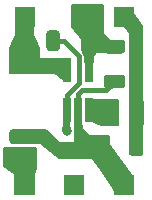
<source format=gtl>
G04 #@! TF.GenerationSoftware,KiCad,Pcbnew,(5.1.10)-1*
G04 #@! TF.CreationDate,2023-08-30T00:20:36+03:00*
G04 #@! TF.ProjectId,mini_cc_drive,6d696e69-5f63-4635-9f64-726976652e6b,rev?*
G04 #@! TF.SameCoordinates,Original*
G04 #@! TF.FileFunction,Copper,L1,Top*
G04 #@! TF.FilePolarity,Positive*
%FSLAX46Y46*%
G04 Gerber Fmt 4.6, Leading zero omitted, Abs format (unit mm)*
G04 Created by KiCad (PCBNEW (5.1.10)-1) date 2023-08-30 00:20:36*
%MOMM*%
%LPD*%
G01*
G04 APERTURE LIST*
G04 #@! TA.AperFunction,ComponentPad*
%ADD10R,1.700000X1.700000*%
G04 #@! TD*
G04 #@! TA.AperFunction,SMDPad,CuDef*
%ADD11R,0.650000X2.000000*%
G04 #@! TD*
G04 #@! TA.AperFunction,ViaPad*
%ADD12C,0.800000*%
G04 #@! TD*
G04 #@! TA.AperFunction,Conductor*
%ADD13C,0.400000*%
G04 #@! TD*
G04 #@! TA.AperFunction,Conductor*
%ADD14C,0.250000*%
G04 #@! TD*
G04 #@! TA.AperFunction,Conductor*
%ADD15C,0.127000*%
G04 #@! TD*
G04 #@! TA.AperFunction,Conductor*
%ADD16C,0.100000*%
G04 #@! TD*
G04 APERTURE END LIST*
D10*
X151257000Y-82042000D03*
X155448000Y-67818000D03*
X147066000Y-67818000D03*
X155448000Y-82042000D03*
X147066000Y-82042000D03*
G04 #@! TA.AperFunction,SMDPad,CuDef*
G36*
G01*
X151837500Y-70475002D02*
X151837500Y-69224998D01*
G75*
G02*
X152087498Y-68975000I249998J0D01*
G01*
X152712502Y-68975000D01*
G75*
G02*
X152962500Y-69224998I0J-249998D01*
G01*
X152962500Y-70475002D01*
G75*
G02*
X152712502Y-70725000I-249998J0D01*
G01*
X152087498Y-70725000D01*
G75*
G02*
X151837500Y-70475002I0J249998D01*
G01*
G37*
G04 #@! TD.AperFunction*
G04 #@! TA.AperFunction,SMDPad,CuDef*
G36*
G01*
X148912500Y-70475002D02*
X148912500Y-69224998D01*
G75*
G02*
X149162498Y-68975000I249998J0D01*
G01*
X149787502Y-68975000D01*
G75*
G02*
X150037500Y-69224998I0J-249998D01*
G01*
X150037500Y-70475002D01*
G75*
G02*
X149787502Y-70725000I-249998J0D01*
G01*
X149162498Y-70725000D01*
G75*
G02*
X148912500Y-70475002I0J249998D01*
G01*
G37*
G04 #@! TD.AperFunction*
D11*
X150622000Y-72331000D03*
X152522000Y-72331000D03*
X152522000Y-75751000D03*
X151572000Y-75751000D03*
X150622000Y-75751000D03*
G04 #@! TA.AperFunction,SMDPad,CuDef*
G36*
G01*
X146021999Y-77365500D02*
X148872001Y-77365500D01*
G75*
G02*
X149122000Y-77615499I0J-249999D01*
G01*
X149122000Y-78340501D01*
G75*
G02*
X148872001Y-78590500I-249999J0D01*
G01*
X146021999Y-78590500D01*
G75*
G02*
X145772000Y-78340501I0J249999D01*
G01*
X145772000Y-77615499D01*
G75*
G02*
X146021999Y-77365500I249999J0D01*
G01*
G37*
G04 #@! TD.AperFunction*
G04 #@! TA.AperFunction,SMDPad,CuDef*
G36*
G01*
X146021999Y-71440500D02*
X148872001Y-71440500D01*
G75*
G02*
X149122000Y-71690499I0J-249999D01*
G01*
X149122000Y-72415501D01*
G75*
G02*
X148872001Y-72665500I-249999J0D01*
G01*
X146021999Y-72665500D01*
G75*
G02*
X145772000Y-72415501I0J249999D01*
G01*
X145772000Y-71690499D01*
G75*
G02*
X146021999Y-71440500I249999J0D01*
G01*
G37*
G04 #@! TD.AperFunction*
G04 #@! TA.AperFunction,SMDPad,CuDef*
G36*
G01*
X155957000Y-76796000D02*
X155957000Y-75096000D01*
G75*
G02*
X156207000Y-74846000I250000J0D01*
G01*
X156957000Y-74846000D01*
G75*
G02*
X157207000Y-75096000I0J-250000D01*
G01*
X157207000Y-76796000D01*
G75*
G02*
X156957000Y-77046000I-250000J0D01*
G01*
X156207000Y-77046000D01*
G75*
G02*
X155957000Y-76796000I0J250000D01*
G01*
G37*
G04 #@! TD.AperFunction*
G04 #@! TA.AperFunction,SMDPad,CuDef*
G36*
G01*
X153807000Y-76796000D02*
X153807000Y-75096000D01*
G75*
G02*
X154057000Y-74846000I250000J0D01*
G01*
X154807000Y-74846000D01*
G75*
G02*
X155057000Y-75096000I0J-250000D01*
G01*
X155057000Y-76796000D01*
G75*
G02*
X154807000Y-77046000I-250000J0D01*
G01*
X154057000Y-77046000D01*
G75*
G02*
X153807000Y-76796000I0J250000D01*
G01*
G37*
G04 #@! TD.AperFunction*
G04 #@! TA.AperFunction,SMDPad,CuDef*
G36*
G01*
X154167000Y-78089999D02*
X154167000Y-79390001D01*
G75*
G02*
X153917001Y-79640000I-249999J0D01*
G01*
X153266999Y-79640000D01*
G75*
G02*
X153017000Y-79390001I0J249999D01*
G01*
X153017000Y-78089999D01*
G75*
G02*
X153266999Y-77840000I249999J0D01*
G01*
X153917001Y-77840000D01*
G75*
G02*
X154167000Y-78089999I0J-249999D01*
G01*
G37*
G04 #@! TD.AperFunction*
G04 #@! TA.AperFunction,SMDPad,CuDef*
G36*
G01*
X157117000Y-78089999D02*
X157117000Y-79390001D01*
G75*
G02*
X156867001Y-79640000I-249999J0D01*
G01*
X156216999Y-79640000D01*
G75*
G02*
X155967000Y-79390001I0J249999D01*
G01*
X155967000Y-78089999D01*
G75*
G02*
X156216999Y-77840000I249999J0D01*
G01*
X156867001Y-77840000D01*
G75*
G02*
X157117000Y-78089999I0J-249999D01*
G01*
G37*
G04 #@! TD.AperFunction*
G04 #@! TA.AperFunction,SMDPad,CuDef*
G36*
G01*
X154035999Y-72733000D02*
X155336001Y-72733000D01*
G75*
G02*
X155586000Y-72982999I0J-249999D01*
G01*
X155586000Y-73633001D01*
G75*
G02*
X155336001Y-73883000I-249999J0D01*
G01*
X154035999Y-73883000D01*
G75*
G02*
X153786000Y-73633001I0J249999D01*
G01*
X153786000Y-72982999D01*
G75*
G02*
X154035999Y-72733000I249999J0D01*
G01*
G37*
G04 #@! TD.AperFunction*
G04 #@! TA.AperFunction,SMDPad,CuDef*
G36*
G01*
X154035999Y-69783000D02*
X155336001Y-69783000D01*
G75*
G02*
X155586000Y-70032999I0J-249999D01*
G01*
X155586000Y-70683001D01*
G75*
G02*
X155336001Y-70933000I-249999J0D01*
G01*
X154035999Y-70933000D01*
G75*
G02*
X153786000Y-70683001I0J249999D01*
G01*
X153786000Y-70032999D01*
G75*
G02*
X154035999Y-69783000I249999J0D01*
G01*
G37*
G04 #@! TD.AperFunction*
D12*
X151511000Y-67310000D03*
X151511000Y-68199000D03*
X153289000Y-67310000D03*
X152400000Y-67310000D03*
X152400000Y-68199000D03*
X153289000Y-68199000D03*
X145796000Y-79375000D03*
X145796000Y-80264000D03*
X146685000Y-79375000D03*
X146685000Y-80264000D03*
X147574000Y-79375000D03*
X147574000Y-80264000D03*
X150622000Y-77470000D03*
D13*
X154686000Y-73308000D02*
X153953000Y-74041000D01*
X151882000Y-74041000D02*
X151572000Y-74351000D01*
X151572000Y-74351000D02*
X151572000Y-75751000D01*
X153953000Y-74041000D02*
X151882000Y-74041000D01*
D14*
X152654000Y-78740000D02*
X153592000Y-78740000D01*
X151572000Y-75751000D02*
X151572000Y-77531000D01*
X151572000Y-77531000D02*
X152273000Y-78232000D01*
X152273000Y-78359000D02*
X152654000Y-78740000D01*
X152273000Y-78232000D02*
X152273000Y-78359000D01*
D13*
X150622000Y-74452458D02*
X151638000Y-73436458D01*
X150622000Y-75751000D02*
X150622000Y-74452458D01*
X151638000Y-73436458D02*
X151638000Y-71120000D01*
X150368000Y-69850000D02*
X149475000Y-69850000D01*
X151638000Y-71120000D02*
X150368000Y-69850000D01*
D15*
X150812500Y-76962000D02*
X150813720Y-76974388D01*
X150815759Y-76982080D01*
X150936066Y-77343000D01*
X150830232Y-77660500D01*
X150413768Y-77660500D01*
X150307934Y-77343000D01*
X150428241Y-76982080D01*
X150431001Y-76969942D01*
X150431500Y-76962000D01*
X150431500Y-74866500D01*
X150812500Y-74866500D01*
X150812500Y-76962000D01*
G04 #@! TA.AperFunction,Conductor*
D16*
G36*
X150812500Y-76962000D02*
G01*
X150813720Y-76974388D01*
X150815759Y-76982080D01*
X150936066Y-77343000D01*
X150830232Y-77660500D01*
X150413768Y-77660500D01*
X150307934Y-77343000D01*
X150428241Y-76982080D01*
X150431001Y-76969942D01*
X150431500Y-76962000D01*
X150431500Y-74866500D01*
X150812500Y-74866500D01*
X150812500Y-76962000D01*
G37*
G04 #@! TD.AperFunction*
D15*
X149942099Y-78530901D02*
X149951721Y-78538798D01*
X149962700Y-78544666D01*
X149974612Y-78548280D01*
X149987000Y-78549500D01*
X151638000Y-78549500D01*
X151650388Y-78548280D01*
X151662300Y-78544666D01*
X151674909Y-78537672D01*
X152547350Y-77914500D01*
X154241500Y-77914500D01*
X154241500Y-78740000D01*
X154242720Y-78752388D01*
X154246334Y-78764300D01*
X154254200Y-78778100D01*
X156146500Y-81301167D01*
X156146500Y-82613500D01*
X154720668Y-82613500D01*
X153596415Y-80864662D01*
X153594563Y-80861939D01*
X152864313Y-79845939D01*
X152856092Y-79836592D01*
X152846205Y-79829028D01*
X152835033Y-79823538D01*
X152823005Y-79820333D01*
X152812750Y-79819500D01*
X149977524Y-79819500D01*
X148248668Y-78436415D01*
X148238232Y-78429629D01*
X148226673Y-78425009D01*
X148209000Y-78422500D01*
X147510500Y-78422500D01*
X147510500Y-77533500D01*
X148944698Y-77533500D01*
X149942099Y-78530901D01*
G04 #@! TA.AperFunction,Conductor*
D16*
G36*
X149942099Y-78530901D02*
G01*
X149951721Y-78538798D01*
X149962700Y-78544666D01*
X149974612Y-78548280D01*
X149987000Y-78549500D01*
X151638000Y-78549500D01*
X151650388Y-78548280D01*
X151662300Y-78544666D01*
X151674909Y-78537672D01*
X152547350Y-77914500D01*
X154241500Y-77914500D01*
X154241500Y-78740000D01*
X154242720Y-78752388D01*
X154246334Y-78764300D01*
X154254200Y-78778100D01*
X156146500Y-81301167D01*
X156146500Y-82613500D01*
X154720668Y-82613500D01*
X153596415Y-80864662D01*
X153594563Y-80861939D01*
X152864313Y-79845939D01*
X152856092Y-79836592D01*
X152846205Y-79829028D01*
X152835033Y-79823538D01*
X152823005Y-79820333D01*
X152812750Y-79819500D01*
X149977524Y-79819500D01*
X148248668Y-78436415D01*
X148238232Y-78429629D01*
X148226673Y-78425009D01*
X148209000Y-78422500D01*
X147510500Y-78422500D01*
X147510500Y-77533500D01*
X148944698Y-77533500D01*
X149942099Y-78530901D01*
G37*
G04 #@! TD.AperFunction*
D15*
X157035500Y-68601391D02*
X157035500Y-79438500D01*
X156019500Y-79438500D01*
X156019500Y-69215000D01*
X156018280Y-69202612D01*
X156014666Y-69190700D01*
X156008798Y-69179721D01*
X156004782Y-69174348D01*
X154749500Y-67668010D01*
X154749500Y-67116246D01*
X155862278Y-67057678D01*
X157035500Y-68601391D01*
G04 #@! TA.AperFunction,Conductor*
D16*
G36*
X157035500Y-68601391D02*
G01*
X157035500Y-79438500D01*
X156019500Y-79438500D01*
X156019500Y-69215000D01*
X156018280Y-69202612D01*
X156014666Y-69190700D01*
X156008798Y-69179721D01*
X156004782Y-69174348D01*
X154749500Y-67668010D01*
X154749500Y-67116246D01*
X155862278Y-67057678D01*
X157035500Y-68601391D01*
G37*
G04 #@! TD.AperFunction*
D15*
X155003500Y-77025500D02*
X153557990Y-77025500D01*
X152809398Y-76651204D01*
X152797772Y-76646755D01*
X152781000Y-76644500D01*
X152336500Y-76644500D01*
X152336500Y-74866500D01*
X155003500Y-74866500D01*
X155003500Y-77025500D01*
G04 #@! TA.AperFunction,Conductor*
D16*
G36*
X155003500Y-77025500D02*
G01*
X153557990Y-77025500D01*
X152809398Y-76651204D01*
X152797772Y-76646755D01*
X152781000Y-76644500D01*
X152336500Y-76644500D01*
X152336500Y-74866500D01*
X155003500Y-74866500D01*
X155003500Y-77025500D01*
G37*
G04 #@! TD.AperFunction*
D15*
X147764500Y-69342000D02*
X147765720Y-69354388D01*
X147769973Y-69367790D01*
X148272500Y-70498476D01*
X148272500Y-71374000D01*
X148273720Y-71386388D01*
X148277334Y-71398300D01*
X148283202Y-71409279D01*
X148291099Y-71418901D01*
X148300721Y-71426798D01*
X148311700Y-71432666D01*
X148323612Y-71436280D01*
X148336000Y-71437500D01*
X150812500Y-71437500D01*
X150812500Y-73215500D01*
X150390990Y-73215500D01*
X149646652Y-72595218D01*
X149636354Y-72588225D01*
X149624889Y-72583375D01*
X149612699Y-72580854D01*
X149606000Y-72580500D01*
X145859500Y-72580500D01*
X145859500Y-70498476D01*
X146362027Y-69367790D01*
X146365943Y-69355974D01*
X146367500Y-69342000D01*
X146367500Y-67119500D01*
X147764500Y-67119500D01*
X147764500Y-69342000D01*
G04 #@! TA.AperFunction,Conductor*
D16*
G36*
X147764500Y-69342000D02*
G01*
X147765720Y-69354388D01*
X147769973Y-69367790D01*
X148272500Y-70498476D01*
X148272500Y-71374000D01*
X148273720Y-71386388D01*
X148277334Y-71398300D01*
X148283202Y-71409279D01*
X148291099Y-71418901D01*
X148300721Y-71426798D01*
X148311700Y-71432666D01*
X148323612Y-71436280D01*
X148336000Y-71437500D01*
X150812500Y-71437500D01*
X150812500Y-73215500D01*
X150390990Y-73215500D01*
X149646652Y-72595218D01*
X149636354Y-72588225D01*
X149624889Y-72583375D01*
X149612699Y-72580854D01*
X149606000Y-72580500D01*
X145859500Y-72580500D01*
X145859500Y-70498476D01*
X146362027Y-69367790D01*
X146365943Y-69355974D01*
X146367500Y-69342000D01*
X146367500Y-67119500D01*
X147764500Y-67119500D01*
X147764500Y-69342000D01*
G37*
G04 #@! TD.AperFunction*
D15*
X148018500Y-80637183D02*
X147893396Y-81137599D01*
X147891500Y-81153000D01*
X147891500Y-82867500D01*
X146240500Y-82867500D01*
X146240500Y-81153000D01*
X146239280Y-81140612D01*
X146235666Y-81128700D01*
X146229798Y-81117721D01*
X146221901Y-81108099D01*
X146213909Y-81101328D01*
X145351500Y-80485322D01*
X145351500Y-78930500D01*
X148018500Y-78930500D01*
X148018500Y-80637183D01*
G04 #@! TA.AperFunction,Conductor*
D16*
G36*
X148018500Y-80637183D02*
G01*
X147893396Y-81137599D01*
X147891500Y-81153000D01*
X147891500Y-82867500D01*
X146240500Y-82867500D01*
X146240500Y-81153000D01*
X146239280Y-81140612D01*
X146235666Y-81128700D01*
X146229798Y-81117721D01*
X146221901Y-81108099D01*
X146213909Y-81101328D01*
X145351500Y-80485322D01*
X145351500Y-78930500D01*
X148018500Y-78930500D01*
X148018500Y-80637183D01*
G37*
G04 #@! TD.AperFunction*
D15*
X153733500Y-69342000D02*
X153734720Y-69354388D01*
X153738334Y-69366300D01*
X153744202Y-69377279D01*
X153752099Y-69386901D01*
X154260099Y-69894901D01*
X154269721Y-69902798D01*
X154280700Y-69908666D01*
X154292612Y-69912280D01*
X154305000Y-69913500D01*
X155384500Y-69913500D01*
X155384500Y-70802500D01*
X153061302Y-70802500D01*
X152825901Y-70567099D01*
X152816279Y-70559202D01*
X152805300Y-70553334D01*
X152793388Y-70549720D01*
X152781000Y-70548500D01*
X151959129Y-70548500D01*
X151955499Y-69722721D01*
X151954225Y-69710338D01*
X151950559Y-69698442D01*
X151944643Y-69687490D01*
X151939789Y-69681185D01*
X151066500Y-68683140D01*
X151066500Y-66865500D01*
X153733500Y-66865500D01*
X153733500Y-69342000D01*
G04 #@! TA.AperFunction,Conductor*
D16*
G36*
X153733500Y-69342000D02*
G01*
X153734720Y-69354388D01*
X153738334Y-69366300D01*
X153744202Y-69377279D01*
X153752099Y-69386901D01*
X154260099Y-69894901D01*
X154269721Y-69902798D01*
X154280700Y-69908666D01*
X154292612Y-69912280D01*
X154305000Y-69913500D01*
X155384500Y-69913500D01*
X155384500Y-70802500D01*
X153061302Y-70802500D01*
X152825901Y-70567099D01*
X152816279Y-70559202D01*
X152805300Y-70553334D01*
X152793388Y-70549720D01*
X152781000Y-70548500D01*
X151959129Y-70548500D01*
X151955499Y-69722721D01*
X151954225Y-69710338D01*
X151950559Y-69698442D01*
X151944643Y-69687490D01*
X151939789Y-69681185D01*
X151066500Y-68683140D01*
X151066500Y-66865500D01*
X153733500Y-66865500D01*
X153733500Y-69342000D01*
G37*
G04 #@! TD.AperFunction*
D15*
X153225500Y-70594412D02*
X152853549Y-71214330D01*
X152848222Y-71225580D01*
X152844624Y-71243039D01*
X152721345Y-73215500D01*
X152332655Y-73215500D01*
X152209376Y-71243039D01*
X152207386Y-71230751D01*
X152204958Y-71223417D01*
X151955500Y-70599772D01*
X151955500Y-69532500D01*
X153225500Y-69532500D01*
X153225500Y-70594412D01*
G04 #@! TA.AperFunction,Conductor*
D16*
G36*
X153225500Y-70594412D02*
G01*
X152853549Y-71214330D01*
X152848222Y-71225580D01*
X152844624Y-71243039D01*
X152721345Y-73215500D01*
X152332655Y-73215500D01*
X152209376Y-71243039D01*
X152207386Y-71230751D01*
X152204958Y-71223417D01*
X151955500Y-70599772D01*
X151955500Y-69532500D01*
X153225500Y-69532500D01*
X153225500Y-70594412D01*
G37*
G04 #@! TD.AperFunction*
D15*
X151956733Y-77355453D02*
X151960359Y-77367362D01*
X151966239Y-77378334D01*
X151974099Y-77387901D01*
X153135698Y-78549500D01*
X151320500Y-78549500D01*
X151320500Y-76771500D01*
X151839942Y-76771500D01*
X151956733Y-77355453D01*
G04 #@! TA.AperFunction,Conductor*
D16*
G36*
X151956733Y-77355453D02*
G01*
X151960359Y-77367362D01*
X151966239Y-77378334D01*
X151974099Y-77387901D01*
X153135698Y-78549500D01*
X151320500Y-78549500D01*
X151320500Y-76771500D01*
X151839942Y-76771500D01*
X151956733Y-77355453D01*
G37*
G04 #@! TD.AperFunction*
M02*

</source>
